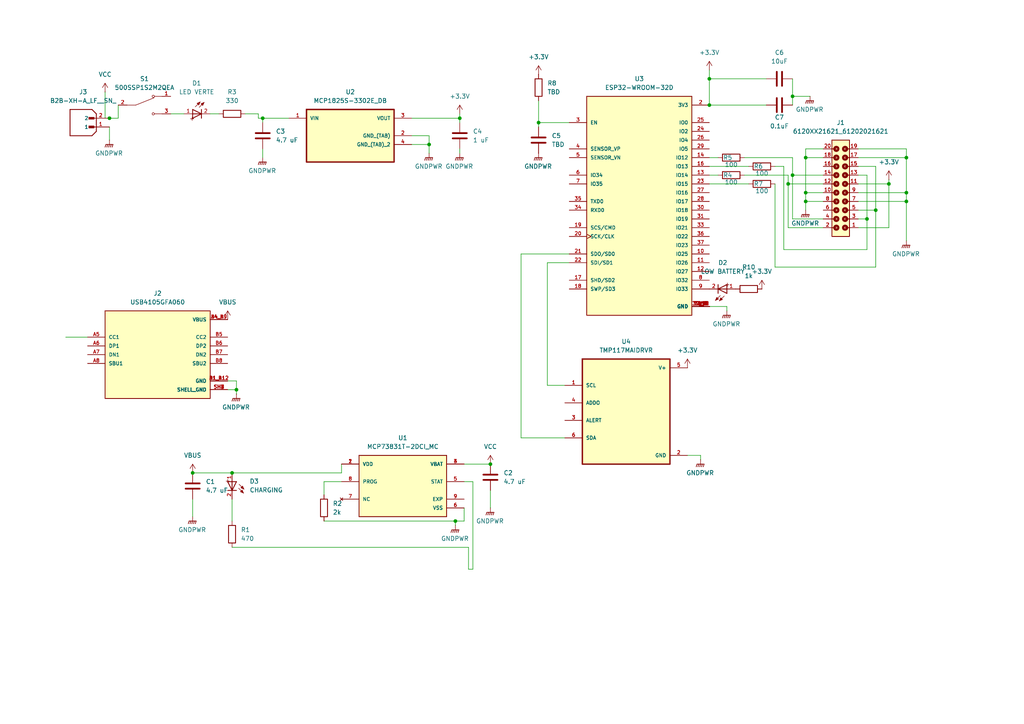
<source format=kicad_sch>
(kicad_sch (version 20231120) (generator "eeschema") (generator_version "8.0")
  (paper "A4")
  (lib_symbols
    (symbol "500SSP1S2M2QEA:500SSP1S2M2QEA" (pin_names (offset 1.016))
      (property "Reference" "S" (at -2.54 5.08 0))
      (property "Value" "500SSP1S2M2QEA" (at -2.54 -5.08 0))
      (symbol "500SSP1S2M2QEA_0_0"
        (polyline (pts (xy -2.54 0) (xy -5.08 0)) (stroke (width 0.1524)))
        (polyline (pts (xy -2.54 0) (xy 2.794 2.1336)) (stroke (width 0.1524)))
        (polyline (pts (xy 5.08 -2.54) (xy 2.921 -2.54)) (stroke (width 0.1524)))
        (polyline (pts (xy 5.08 2.54) (xy 2.921 2.54)) (stroke (width 0.1524)))
        (circle (center 2.54 -2.54) (radius 0.3302) (stroke (width 0.1524)))
        (circle (center 2.54 2.54) (radius 0.3302) (stroke (width 0.1524)))
        (pin passive line (at 7.62 2.54 180) (length 2.54) (name "~") (number "1"))
        (pin passive line (at -7.62 0 0) (length 2.54) (name "~") (number "2"))
        (pin passive line (at 7.62 -2.54 180) (length 2.54) (name "~") (number "3"))
      )
    )
    (symbol "6120XX21621_61202021621:6120XX21621_61202021621" (pin_names (offset 1.016))
      (property "Reference" "J" (at -13.88 0.35 0))
      (symbol "6120XX21621_61202021621_0_0"
        (rectangle (start -12.7 -2.54) (end 15.24 2.54) (stroke (width 0.254)) (fill (type background)))
        (circle (center -10.16 -1.27) (radius 0.254) (stroke (width 0.635)))
        (circle (center -10.16 1.27) (radius 0.254) (stroke (width 0.635)))
        (circle (center -7.62 -1.27) (radius 0.254) (stroke (width 0.635)))
        (circle (center -7.62 1.27) (radius 0.254) (stroke (width 0.635)))
        (circle (center -5.08 -1.27) (radius 0.254) (stroke (width 0.635)))
        (circle (center -5.08 1.27) (radius 0.254) (stroke (width 0.635)))
        (circle (center -2.54 -1.27) (radius 0.254) (stroke (width 0.635)))
        (circle (center -2.54 1.27) (radius 0.254) (stroke (width 0.635)))
        (circle (center 0 -1.27) (radius 0.254) (stroke (width 0.635)))
        (polyline (pts (xy -10.16 -1.27) (xy -10.16 -2.54)) (stroke (width 0.254)))
        (polyline (pts (xy -10.16 1.27) (xy -10.16 2.54)) (stroke (width 0.254)))
        (polyline (pts (xy -7.62 -1.27) (xy -7.62 -2.54)) (stroke (width 0.254)))
        (polyline (pts (xy -7.62 1.27) (xy -7.62 2.54)) (stroke (width 0.254)))
        (polyline (pts (xy -5.08 -1.27) (xy -5.08 -2.54)) (stroke (width 0.254)))
        (polyline (pts (xy -5.08 1.27) (xy -5.08 2.54)) (stroke (width 0.254)))
        (polyline (pts (xy -2.54 -1.27) (xy -2.54 -2.54)) (stroke (width 0.254)))
        (polyline (pts (xy -2.54 1.27) (xy -2.54 2.54)) (stroke (width 0.254)))
        (polyline (pts (xy 0 -1.27) (xy 0 -2.54)) (stroke (width 0.254)))
        (polyline (pts (xy 0 1.27) (xy 0 2.54)) (stroke (width 0.254)))
        (polyline (pts (xy 2.54 -1.27) (xy 2.54 -2.54)) (stroke (width 0.254)))
        (polyline (pts (xy 2.54 1.27) (xy 2.54 2.54)) (stroke (width 0.254)))
        (polyline (pts (xy 5.08 -1.27) (xy 5.08 -2.54)) (stroke (width 0.254)))
        (polyline (pts (xy 5.08 1.27) (xy 5.08 2.54)) (stroke (width 0.254)))
        (polyline (pts (xy 7.62 -1.27) (xy 7.62 -2.54)) (stroke (width 0.254)))
        (polyline (pts (xy 7.62 1.27) (xy 7.62 2.54)) (stroke (width 0.254)))
        (polyline (pts (xy 10.16 -1.27) (xy 10.16 -2.54)) (stroke (width 0.254)))
        (polyline (pts (xy 10.16 1.27) (xy 10.16 2.54)) (stroke (width 0.254)))
        (polyline (pts (xy 12.7 -1.27) (xy 12.7 -2.54)) (stroke (width 0.254)))
        (polyline (pts (xy 12.7 1.27) (xy 12.7 2.54)) (stroke (width 0.254)))
        (circle (center 0 1.27) (radius 0.254) (stroke (width 0.635)))
        (circle (center 2.54 -1.27) (radius 0.254) (stroke (width 0.635)))
        (circle (center 2.54 1.27) (radius 0.254) (stroke (width 0.635)))
        (circle (center 5.08 -1.27) (radius 0.254) (stroke (width 0.635)))
        (circle (center 5.08 1.27) (radius 0.254) (stroke (width 0.635)))
        (circle (center 7.62 -1.27) (radius 0.254) (stroke (width 0.635)))
        (circle (center 7.62 1.27) (radius 0.254) (stroke (width 0.635)))
        (circle (center 10.16 -1.27) (radius 0.254) (stroke (width 0.635)))
        (circle (center 10.16 1.27) (radius 0.254) (stroke (width 0.635)))
        (circle (center 12.7 -1.27) (radius 0.254) (stroke (width 0.635)))
        (circle (center 12.7 1.27) (radius 0.254) (stroke (width 0.635)))
        (pin passive line (at -10.16 -5.08 90) (length 2.54) (name "~") (number "1"))
        (pin passive line (at 0 5.08 270) (length 2.54) (name "~") (number "10"))
        (pin passive line (at 2.54 -5.08 90) (length 2.54) (name "~") (number "11"))
        (pin passive line (at 2.54 5.08 270) (length 2.54) (name "~") (number "12"))
        (pin passive line (at 5.08 -5.08 90) (length 2.54) (name "~") (number "13"))
        (pin passive line (at 5.08 5.08 270) (length 2.54) (name "~") (number "14"))
        (pin passive line (at 7.62 -5.08 90) (length 2.54) (name "~") (number "15"))
        (pin passive line (at 7.62 5.08 270) (length 2.54) (name "~") (number "16"))
        (pin passive line (at 10.16 -5.08 90) (length 2.54) (name "~") (number "17"))
        (pin passive line (at 10.16 5.08 270) (length 2.54) (name "~") (number "18"))
        (pin passive line (at 12.7 -5.08 90) (length 2.54) (name "~") (number "19"))
        (pin passive line (at -10.16 5.08 270) (length 2.54) (name "~") (number "2"))
        (pin passive line (at 12.7 5.08 270) (length 2.54) (name "~") (number "20"))
        (pin passive line (at -7.62 -5.08 90) (length 2.54) (name "~") (number "3"))
        (pin passive line (at -7.62 5.08 270) (length 2.54) (name "~") (number "4"))
        (pin passive line (at -5.08 -5.08 90) (length 2.54) (name "~") (number "5"))
        (pin passive line (at -5.08 5.08 270) (length 2.54) (name "~") (number "6"))
        (pin passive line (at -2.54 -5.08 90) (length 2.54) (name "~") (number "7"))
        (pin passive line (at -2.54 5.08 270) (length 2.54) (name "~") (number "8"))
        (pin passive line (at 0 -5.08 90) (length 2.54) (name "~") (number "9"))
      )
    )
    (symbol "B2B-XH-A_LF__SN_:B2B-XH-A_LF__SN_" (pin_names (offset 1.016))
      (property "Reference" "J" (at -2.54 6.35 0))
      (property "Value" "B2B-XH-A_LF__SN_" (at -2.54 -5.08 0))
      (symbol "B2B-XH-A_LF__SN__0_0"
        (rectangle (start -3.175 -0.3175) (end -1.5875 0.3175) (stroke (width 0.1)) (fill (type outline)))
        (rectangle (start -3.175 2.2225) (end -1.5875 2.8575) (stroke (width 0.1)) (fill (type outline)))
        (polyline (pts (xy -3.81 -1.27) (xy -2.54 -2.54)) (stroke (width 0.254)))
        (polyline (pts (xy -3.81 3.81) (xy -3.81 -1.27)) (stroke (width 0.254)))
        (polyline (pts (xy -3.81 3.81) (xy -2.54 5.08)) (stroke (width 0.254)))
        (polyline (pts (xy -2.54 -2.54) (xy 3.81 -2.54)) (stroke (width 0.254)))
        (polyline (pts (xy 3.81 -2.54) (xy 3.81 5.08)) (stroke (width 0.254)))
        (polyline (pts (xy 3.81 5.08) (xy -2.54 5.08)) (stroke (width 0.254)))
        (pin passive line (at -7.62 2.54 0) (length 5.08) (name "1") (number "1"))
        (pin passive line (at -7.62 0 0) (length 5.08) (name "2") (number "2"))
      )
    )
    (symbol "Device:C" (pin_numbers hide) (pin_names (offset 0.254))
      (property "Reference" "C" (at 0.635 2.54 0))
      (property "Value" "C" (at 0.635 -2.54 0))
      (symbol "C_0_1"
        (polyline (pts (xy -2.032 -0.762) (xy 2.032 -0.762)) (stroke (width 0.508)))
        (polyline (pts (xy -2.032 0.762) (xy 2.032 0.762)) (stroke (width 0.508)))
      )
      (symbol "C_1_1"
        (pin passive line (at 0 3.81 270) (length 2.794) (name "~") (number "1"))
        (pin passive line (at 0 -3.81 90) (length 2.794) (name "~") (number "2"))
      )
    )
    (symbol "Device:R" (pin_numbers hide) (pin_names (offset 0))
      (property "Reference" "R" (at 2.032 0 90))
      (property "Value" "R" (at 0 0 90))
      (symbol "R_0_1"
        (rectangle (start -1.016 -2.54) (end 1.016 2.54) (stroke (width 0.254)))
      )
      (symbol "R_1_1"
        (pin passive line (at 0 3.81 270) (length 1.27) (name "~") (number "1"))
        (pin passive line (at 0 -3.81 90) (length 1.27) (name "~") (number "2"))
      )
    )
    (symbol "ESP32-WROOM-32D:ESP32-WROOM-32D" (pin_names (offset 1.016))
      (property "Reference" "U" (at -15.0359 31.5945 0))
      (property "Value" "ESP32-WROOM-32D" (at -15.2867 -35.6681 0))
      (symbol "ESP32-WROOM-32D_0_0"
        (rectangle (start -15.24 -33.02) (end 15.24 30.48) (stroke (width 0.254)) (fill (type background)))
        (pin power_in line (at 20.32 -30.48 180) (length 5.08) (name "GND") (number "1"))
        (pin bidirectional line (at 20.32 -15.24 180) (length 5.08) (name "IO25") (number "10"))
        (pin bidirectional line (at 20.32 -17.78 180) (length 5.08) (name "IO26") (number "11"))
        (pin bidirectional line (at 20.32 -20.32 180) (length 5.08) (name "IO27") (number "12"))
        (pin bidirectional line (at 20.32 7.62 180) (length 5.08) (name "IO14") (number "13"))
        (pin bidirectional line (at 20.32 12.7 180) (length 5.08) (name "IO12") (number "14"))
        (pin power_in line (at 20.32 -30.48 180) (length 5.08) (name "GND") (number "15"))
        (pin bidirectional line (at 20.32 10.16 180) (length 5.08) (name "IO13") (number "16"))
        (pin bidirectional line (at -20.32 -22.86 0) (length 5.08) (name "SHD/SD2") (number "17"))
        (pin bidirectional line (at -20.32 -25.4 0) (length 5.08) (name "SWP/SD3") (number "18"))
        (pin bidirectional line (at -20.32 -7.62 0) (length 5.08) (name "SCS/CMD") (number "19"))
        (pin power_in line (at 20.32 27.94 180) (length 5.08) (name "3V3") (number "2"))
        (pin bidirectional clock (at -20.32 -10.16 0) (length 5.08) (name "SCK/CLK") (number "20"))
        (pin bidirectional line (at -20.32 -15.24 0) (length 5.08) (name "SDO/SD0") (number "21"))
        (pin bidirectional line (at -20.32 -17.78 0) (length 5.08) (name "SDI/SD1") (number "22"))
        (pin bidirectional line (at 20.32 5.08 180) (length 5.08) (name "IO15") (number "23"))
        (pin bidirectional line (at 20.32 20.32 180) (length 5.08) (name "IO2") (number "24"))
        (pin bidirectional line (at 20.32 22.86 180) (length 5.08) (name "IO0") (number "25"))
        (pin bidirectional line (at 20.32 17.78 180) (length 5.08) (name "IO4") (number "26"))
        (pin bidirectional line (at 20.32 2.54 180) (length 5.08) (name "IO16") (number "27"))
        (pin bidirectional line (at 20.32 0 180) (length 5.08) (name "IO17") (number "28"))
        (pin bidirectional line (at 20.32 15.24 180) (length 5.08) (name "IO5") (number "29"))
        (pin input line (at -20.32 22.86 0) (length 5.08) (name "EN") (number "3"))
        (pin bidirectional line (at 20.32 -2.54 180) (length 5.08) (name "IO18") (number "30"))
        (pin bidirectional line (at 20.32 -5.08 180) (length 5.08) (name "IO19") (number "31"))
        (pin bidirectional line (at 20.32 -7.62 180) (length 5.08) (name "IO21") (number "33"))
        (pin bidirectional line (at -20.32 -2.54 0) (length 5.08) (name "RXD0") (number "34"))
        (pin bidirectional line (at -20.32 0 0) (length 5.08) (name "TXD0") (number "35"))
        (pin bidirectional line (at 20.32 -10.16 180) (length 5.08) (name "IO22") (number "36"))
        (pin bidirectional line (at 20.32 -12.7 180) (length 5.08) (name "IO23") (number "37"))
        (pin power_in line (at 20.32 -30.48 180) (length 5.08) (name "GND") (number "38"))
        (pin power_in line (at 20.32 -30.48 180) (length 5.08) (name "GND") (number "39_1"))
        (pin power_in line (at 20.32 -30.48 180) (length 5.08) (name "GND") (number "39_10"))
        (pin power_in line (at 20.32 -30.48 180) (length 5.08) (name "GND") (number "39_11"))
        (pin power_in line (at 20.32 -30.48 180) (length 5.08) (name "GND") (number "39_12"))
        (pin power_in line (at 20.32 -30.48 180) (length 5.08) (name "GND") (number "39_13"))
        (pin power_in line (at 20.32 -30.48 180) (length 5.08) (name "GND") (number "39_14"))
        (pin power_in line (at 20.32 -30.48 180) (length 5.08) (name "GND") (number "39_15"))
        (pin power_in line (at 20.32 -30.48 180) (length 5.08) (name "GND") (number "39_16"))
        (pin power_in line (at 20.32 -30.48 180) (length 5.08) (name "GND") (number "39_17"))
        (pin power_in line (at 20.32 -30.48 180) (length 5.08) (name "GND") (number "39_18"))
        (pin power_in line (at 20.32 -30.48 180) (length 5.08) (name "GND") (number "39_19"))
        (pin power_in line (at 20.32 -30.48 180) (length 5.08) (name "GND") (number "39_2"))
        (pin power_in line (at 20.32 -30.48 180) (length 5.08) (name "GND") (number "39_20"))
        (pin power_in line (at 20.32 -30.48 180) (length 5.08) (name "GND") (number "39_21"))
        (pin power_in line (at 20.32 -30.48 180) (length 5.08) (name "GND") (number "39_3"))
        (pin power_in line (at 20.32 -30.48 180) (length 5.08) (name "GND") (number "39_4"))
        (pin power_in line (at 20.32 -30.48 180) (length 5.08) (name "GND") (number "39_5"))
        (pin power_in line (at 20.32 -30.48 180) (length 5.08) (name "GND") (number "39_6"))
        (pin power_in line (at 20.32 -30.48 180) (length 5.08) (name "GND") (number "39_7"))
        (pin power_in line (at 20.32 -30.48 180) (length 5.08) (name "GND") (number "39_8"))
        (pin power_in line (at 20.32 -30.48 180) (length 5.08) (name "GND") (number "39_9"))
        (pin input line (at -20.32 15.24 0) (length 5.08) (name "SENSOR_VP") (number "4"))
        (pin input line (at -20.32 12.7 0) (length 5.08) (name "SENSOR_VN") (number "5"))
        (pin input line (at -20.32 7.62 0) (length 5.08) (name "IO34") (number "6"))
        (pin input line (at -20.32 5.08 0) (length 5.08) (name "IO35") (number "7"))
        (pin bidirectional line (at 20.32 -22.86 180) (length 5.08) (name "IO32") (number "8"))
        (pin bidirectional line (at 20.32 -25.4 180) (length 5.08) (name "IO33") (number "9"))
      )
    )
    (symbol "MCP1825S-3302E_DB:MCP1825S-3302E_DB" (pin_names (offset 1.016))
      (property "Reference" "U" (at -12.7 8.62 0))
      (property "Value" "MCP1825S-3302E_DB" (at -12.7 -11.62 0))
      (symbol "MCP1825S-3302E_DB_0_0"
        (rectangle (start -12.7 -7.62) (end 12.7 7.62) (stroke (width 0.41)) (fill (type background)))
        (pin input line (at -17.78 5.08 0) (length 5.08) (name "VIN") (number "1"))
        (pin power_in line (at 17.78 0 180) (length 5.08) (name "GND_(TAB)") (number "2"))
        (pin output line (at 17.78 5.08 180) (length 5.08) (name "VOUT") (number "3"))
        (pin power_in line (at 17.78 -2.54 180) (length 5.08) (name "GND_(TAB)_2") (number "4"))
      )
    )
    (symbol "MCP73831T-2DCI_MC:MCP73831T-2DCI_MC" (pin_names (offset 1.016))
      (property "Reference" "U" (at -12.954 10.668 0))
      (property "Value" "MCP73831T-2DCI_MC" (at -12.7 -13.208 0))
      (symbol "MCP73831T-2DCI_MC_0_0"
        (rectangle (start -12.7 -10.16) (end 12.7 7.62) (stroke (width 0.254)) (fill (type background)))
        (pin input line (at -17.78 5.08 0) (length 5.08) (name "VDD") (number "1"))
        (pin input line (at -17.78 5.08 0) (length 5.08) (name "VDD") (number "2"))
        (pin output line (at 17.78 5.08 180) (length 5.08) (name "VBAT") (number "3"))
        (pin output line (at 17.78 5.08 180) (length 5.08) (name "VBAT") (number "4"))
        (pin output line (at 17.78 0 180) (length 5.08) (name "STAT") (number "5"))
        (pin power_in line (at 17.78 -7.62 180) (length 5.08) (name "VSS") (number "6"))
        (pin no_connect line (at -17.78 -5.08 0) (length 5.08) (name "NC") (number "7"))
        (pin input line (at -17.78 0 0) (length 5.08) (name "PROG") (number "8"))
        (pin power_in line (at 17.78 -5.08 180) (length 5.08) (name "EXP") (number "9"))
      )
    )
    (symbol "TMP117MAIDRVR:TMP117MAIDRVR" (pin_names (offset 1.016))
      (property "Reference" "U" (at -12.7 16.24 0))
      (property "Value" "TMP117MAIDRVR" (at -12.7 -19.24 0))
      (symbol "TMP117MAIDRVR_0_0"
        (rectangle (start -12.7 -15.24) (end 12.7 15.24) (stroke (width 0.41)) (fill (type background)))
        (pin input line (at -17.78 7.62 0) (length 5.08) (name "SCL") (number "1"))
        (pin power_in line (at 17.78 -12.7 180) (length 5.08) (name "GND") (number "2"))
        (pin bidirectional line (at -17.78 -2.54 0) (length 5.08) (name "ALERT") (number "3"))
        (pin bidirectional line (at -17.78 2.54 0) (length 5.08) (name "ADDO") (number "4"))
        (pin power_in line (at 17.78 12.7 180) (length 5.08) (name "V+") (number "5"))
        (pin bidirectional line (at -17.78 -7.62 0) (length 5.08) (name "SDA") (number "6"))
      )
    )
    (symbol "USB4105GFA060:USB4105GFA060" (pin_names (offset 1.016))
      (property "Reference" "J" (at -15.24 13.97 0))
      (property "Value" "USB4105GFA060" (at -15.24 -15.24 0))
      (symbol "USB4105GFA060_0_0"
        (rectangle (start -15.24 -12.7) (end 15.24 12.7) (stroke (width 0.254)) (fill (type background)))
        (pin power_in line (at 20.32 -7.62 180) (length 5.08) (name "GND") (number "A1_B12"))
        (pin power_in line (at 20.32 10.16 180) (length 5.08) (name "VBUS") (number "A4_B9"))
        (pin bidirectional line (at -20.32 5.08 0) (length 5.08) (name "CC1") (number "A5"))
        (pin bidirectional line (at -20.32 2.54 0) (length 5.08) (name "DP1") (number "A6"))
        (pin bidirectional line (at -20.32 0 0) (length 5.08) (name "DN1") (number "A7"))
        (pin bidirectional line (at -20.32 -2.54 0) (length 5.08) (name "SBU1") (number "A8"))
        (pin power_in line (at 20.32 -7.62 180) (length 5.08) (name "GND") (number "B1_A12"))
        (pin power_in line (at 20.32 10.16 180) (length 5.08) (name "VBUS") (number "B4_A9"))
        (pin bidirectional line (at 20.32 5.08 180) (length 5.08) (name "CC2") (number "B5"))
        (pin bidirectional line (at 20.32 2.54 180) (length 5.08) (name "DP2") (number "B6"))
        (pin bidirectional line (at 20.32 0 180) (length 5.08) (name "DN2") (number "B7"))
        (pin bidirectional line (at 20.32 -2.54 180) (length 5.08) (name "SBU2") (number "B8"))
        (pin power_in line (at 20.32 -10.16 180) (length 5.08) (name "SHELL_GND") (number "SH1"))
        (pin power_in line (at 20.32 -10.16 180) (length 5.08) (name "SHELL_GND") (number "SH2"))
        (pin power_in line (at 20.32 -10.16 180) (length 5.08) (name "SHELL_GND") (number "SH3"))
        (pin power_in line (at 20.32 -10.16 180) (length 5.08) (name "SHELL_GND") (number "SH4"))
      )
    )
    (symbol "WL-TMRC_3MM:WL-TMRC_3MM" (pin_names (offset 1.016))
      (property "Reference" "D" (at -1.396 4.072 0))
      (property "Value" "WL-TMRC_3MM" (at -1.652 -3.436 0))
      (symbol "WL-TMRC_3MM_0_0"
        (polyline (pts (xy -2.54 -1.27) (xy -2.54 0)) (stroke (width 0.254)))
        (polyline (pts (xy -2.54 -1.27) (xy 0 0)) (stroke (width 0.254)))
        (polyline (pts (xy -2.54 0) (xy -2.54 1.27)) (stroke (width 0.254)))
        (polyline (pts (xy -1.778 2.032) (xy -0.381 3.429)) (stroke (width 0.1524)))
        (polyline (pts (xy -0.635 1.905) (xy 0.762 3.302)) (stroke (width 0.1524)))
        (polyline (pts (xy 0 -1.27) (xy 0 0)) (stroke (width 0.254)))
        (polyline (pts (xy 0 0) (xy -2.54 0)) (stroke (width 0.254)))
        (polyline (pts (xy 0 0) (xy -2.54 1.27)) (stroke (width 0.254)))
        (polyline (pts (xy 0 0) (xy 0 1.27)) (stroke (width 0.254)))
        (polyline (pts (xy -0.381 3.429) (xy -1.27 3.048) (xy -0.762 2.54) (xy -0.381 3.429)) (stroke (width 0.1524)) (fill (type outline)))
        (polyline (pts (xy 0.762 3.302) (xy -0.127 2.921) (xy 0.381 2.413) (xy 0.762 3.302)) (stroke (width 0.1524)) (fill (type outline)))
        (text "+" (at -3.58 -1.34 0) (effects (font (size 1.27 1.27)) (justify left)))
        (pin passive line (at -5.08 0 0) (length 2.54) (name "~") (number "1"))
        (pin passive line (at 2.54 0 180) (length 2.54) (name "~") (number "2"))
      )
    )
    (symbol "power:+3.3V" (power) (pin_numbers hide) (pin_names (offset 0) hide)
      (property "Value" "+3.3V" (at 0 3.556 0))
      (symbol "+3.3V_0_1"
        (polyline (pts (xy -0.762 1.27) (xy 0 2.54)))
        (polyline (pts (xy 0 0) (xy 0 2.54)))
        (polyline (pts (xy 0 2.54) (xy 0.762 1.27)))
      )
      (symbol "+3.3V_1_1"
        (pin power_in line (at 0 0 90) (length 0) (name "~") (number "1"))
      )
    )
    (symbol "power:GNDPWR" (power) (pin_numbers hide) (pin_names (offset 0) hide)
      (property "Value" "GNDPWR" (at 0 -3.302 0))
      (symbol "GNDPWR_0_1"
        (polyline (pts (xy 0 -1.27) (xy 0 0)))
        (polyline (pts (xy -1.016 -1.27) (xy -1.27 -2.032) (xy -1.27 -2.032)) (stroke (width 0.2032)))
        (polyline (pts (xy -0.508 -1.27) (xy -0.762 -2.032) (xy -0.762 -2.032)) (stroke (width 0.2032)))
        (polyline (pts (xy 0 -1.27) (xy -0.254 -2.032) (xy -0.254 -2.032)) (stroke (width 0.2032)))
        (polyline (pts (xy 0.508 -1.27) (xy 0.254 -2.032) (xy 0.254 -2.032)) (stroke (width 0.2032)))
        (polyline (pts (xy 1.016 -1.27) (xy -1.016 -1.27) (xy -1.016 -1.27)) (stroke (width 0.2032)))
        (polyline (pts (xy 1.016 -1.27) (xy 0.762 -2.032) (xy 0.762 -2.032) (xy 0.762 -2.032)) (stroke (width 0.2032)))
      )
      (symbol "GNDPWR_1_1"
        (pin power_in line (at 0 0 270) (length 0) (name "~") (number "1"))
      )
    )
    (symbol "power:VBUS" (power) (pin_numbers hide) (pin_names (offset 0) hide)
      (property "Value" "VBUS" (at 0 3.556 0))
      (symbol "VBUS_0_1"
        (polyline (pts (xy -0.762 1.27) (xy 0 2.54)))
        (polyline (pts (xy 0 0) (xy 0 2.54)))
        (polyline (pts (xy 0 2.54) (xy 0.762 1.27)))
      )
      (symbol "VBUS_1_1"
        (pin power_in line (at 0 0 90) (length 0) (name "~") (number "1"))
      )
    )
    (symbol "power:VCC" (power) (pin_numbers hide) (pin_names (offset 0) hide)
      (property "Value" "VCC" (at 0 3.556 0))
      (symbol "VCC_0_1"
        (polyline (pts (xy -0.762 1.27) (xy 0 2.54)))
        (polyline (pts (xy 0 0) (xy 0 2.54)))
        (polyline (pts (xy 0 2.54) (xy 0.762 1.27)))
      )
      (symbol "VCC_1_1"
        (pin power_in line (at 0 0 90) (length 0) (name "~") (number "1"))
      )
    )
  )
  (junction (at 262.89 55.88))
  (junction (at 257.81 53.34))
  (junction (at 233.68 55.88))
  (junction (at 142.24 134.62))
  (junction (at 156.21 35.56))
  (junction (at 205.74 30.48))
  (junction (at 55.88 137.16))
  (junction (at 262.89 45.72))
  (junction (at 233.68 45.72))
  (junction (at 229.87 27.94))
  (junction (at 67.31 137.16))
  (junction (at 251.46 63.5))
  (junction (at 68.58 113.03))
  (junction (at 132.08 151.13))
  (junction (at 124.46 41.91))
  (junction (at 262.89 58.42))
  (junction (at 133.35 34.29))
  (junction (at 31.75 34.29))
  (junction (at 229.87 50.8))
  (junction (at 205.74 22.86))
  (junction (at 76.2 34.29))
  (junction (at 233.68 58.42))
  (junction (at 228.6 53.34))
  (junction (at 254 60.96))
  (wire (pts (xy 67.31 144.78) (xy 67.31 151.13)))
  (wire (pts (xy 67.31 137.16) (xy 99.06 137.16)))
  (wire (pts (xy 254 60.96) (xy 254 48.26)))
  (wire (pts (xy 76.2 45.72) (xy 76.2 43.18)))
  (wire (pts (xy 248.92 58.42) (xy 262.89 58.42)))
  (wire (pts (xy 228.6 53.34) (xy 238.76 53.34)))
  (wire (pts (xy 248.92 55.88) (xy 262.89 55.88)))
  (wire (pts (xy 262.89 45.72) (xy 262.89 55.88)))
  (wire (pts (xy 205.74 50.8) (xy 208.28 50.8)))
  (wire (pts (xy 228.6 66.04) (xy 238.76 66.04)))
  (wire (pts (xy 229.87 22.86) (xy 229.87 27.94)))
  (wire (pts (xy 34.29 30.48) (xy 34.29 34.29)))
  (wire (pts (xy 55.88 137.16) (xy 67.31 137.16)))
  (wire (pts (xy 119.38 34.29) (xy 133.35 34.29)))
  (wire (pts (xy 71.12 33.02) (xy 74.93 33.02)))
  (wire (pts (xy 227.33 72.39) (xy 251.46 72.39)))
  (wire (pts (xy 205.74 53.34) (xy 217.17 53.34)))
  (wire (pts (xy 31.75 40.64) (xy 31.75 36.83)))
  (wire (pts (xy 31.75 34.29) (xy 34.29 34.29)))
  (wire (pts (xy 135.89 165.1) (xy 137.16 165.1)))
  (wire (pts (xy 119.38 41.91) (xy 124.46 41.91)))
  (wire (pts (xy 229.87 63.5) (xy 238.76 63.5)))
  (wire (pts (xy 248.92 66.04) (xy 257.81 66.04)))
  (wire (pts (xy 233.68 55.88) (xy 233.68 58.42)))
  (wire (pts (xy 251.46 63.5) (xy 251.46 50.8)))
  (wire (pts (xy 205.74 22.86) (xy 205.74 30.48)))
  (wire (pts (xy 151.13 73.66) (xy 151.13 127)))
  (wire (pts (xy 134.62 134.62) (xy 142.24 134.62)))
  (wire (pts (xy 210.82 88.9) (xy 210.82 90.17)))
  (wire (pts (xy 215.9 45.72) (xy 229.87 45.72)))
  (wire (pts (xy 238.76 58.42) (xy 233.68 58.42)))
  (wire (pts (xy 99.06 137.16) (xy 99.06 134.62)))
  (wire (pts (xy 228.6 50.8) (xy 228.6 53.34)))
  (wire (pts (xy 215.9 50.8) (xy 228.6 50.8)))
  (wire (pts (xy 133.35 34.29) (xy 133.35 35.56)))
  (wire (pts (xy 233.68 43.18) (xy 233.68 45.72)))
  (wire (pts (xy 119.38 39.37) (xy 124.46 39.37)))
  (wire (pts (xy 254 77.47) (xy 254 60.96)))
  (wire (pts (xy 165.1 73.66) (xy 151.13 73.66)))
  (wire (pts (xy 93.98 139.7) (xy 93.98 143.51)))
  (wire (pts (xy 254 60.96) (xy 248.92 60.96)))
  (wire (pts (xy 262.89 55.88) (xy 262.89 58.42)))
  (wire (pts (xy 133.35 33.02) (xy 133.35 34.29)))
  (wire (pts (xy 49.53 33.02) (xy 53.34 33.02)))
  (wire (pts (xy 137.16 139.7) (xy 134.62 139.7)))
  (wire (pts (xy 203.2 132.08) (xy 203.2 133.35)))
  (wire (pts (xy 205.74 88.9) (xy 210.82 88.9)))
  (wire (pts (xy 238.76 55.88) (xy 233.68 55.88)))
  (wire (pts (xy 30.48 26.67) (xy 30.48 34.29)))
  (wire (pts (xy 156.21 29.21) (xy 156.21 35.56)))
  (wire (pts (xy 134.62 151.13) (xy 134.62 147.32)))
  (wire (pts (xy 251.46 63.5) (xy 248.92 63.5)))
  (wire (pts (xy 251.46 72.39) (xy 251.46 63.5)))
  (wire (pts (xy 251.46 50.8) (xy 248.92 50.8)))
  (wire (pts (xy 205.74 48.26) (xy 217.17 48.26)))
  (wire (pts (xy 135.89 158.75) (xy 67.31 158.75)))
  (wire (pts (xy 205.74 20.32) (xy 205.74 22.86)))
  (wire (pts (xy 229.87 45.72) (xy 229.87 50.8)))
  (wire (pts (xy 137.16 139.7) (xy 137.16 165.1)))
  (wire (pts (xy 68.58 110.49) (xy 68.58 113.03)))
  (wire (pts (xy 228.6 53.34) (xy 228.6 66.04)))
  (wire (pts (xy 254 48.26) (xy 248.92 48.26)))
  (wire (pts (xy 76.2 34.29) (xy 76.2 35.56)))
  (wire (pts (xy 19.05 97.79) (xy 25.4 97.79)))
  (wire (pts (xy 248.92 53.34) (xy 257.81 53.34)))
  (wire (pts (xy 142.24 142.24) (xy 142.24 147.32)))
  (wire (pts (xy 156.21 35.56) (xy 156.21 36.83)))
  (wire (pts (xy 229.87 27.94) (xy 229.87 30.48)))
  (wire (pts (xy 93.98 151.13) (xy 132.08 151.13)))
  (wire (pts (xy 229.87 50.8) (xy 238.76 50.8)))
  (wire (pts (xy 132.08 151.13) (xy 134.62 151.13)))
  (wire (pts (xy 74.93 33.02) (xy 74.93 34.29)))
  (wire (pts (xy 74.93 34.29) (xy 76.2 34.29)))
  (wire (pts (xy 227.33 48.26) (xy 227.33 72.39)))
  (wire (pts (xy 158.75 76.2) (xy 158.75 111.76)))
  (wire (pts (xy 262.89 43.18) (xy 262.89 45.72)))
  (wire (pts (xy 165.1 76.2) (xy 158.75 76.2)))
  (wire (pts (xy 257.81 53.34) (xy 257.81 52.07)))
  (wire (pts (xy 229.87 50.8) (xy 229.87 63.5)))
  (wire (pts (xy 133.35 44.45) (xy 133.35 43.18)))
  (wire (pts (xy 224.79 77.47) (xy 254 77.47)))
  (wire (pts (xy 205.74 45.72) (xy 208.28 45.72)))
  (wire (pts (xy 68.58 113.03) (xy 68.58 114.3)))
  (wire (pts (xy 60.96 33.02) (xy 63.5 33.02)))
  (wire (pts (xy 66.04 110.49) (xy 68.58 110.49)))
  (wire (pts (xy 66.04 113.03) (xy 68.58 113.03)))
  (wire (pts (xy 124.46 39.37) (xy 124.46 41.91)))
  (wire (pts (xy 99.06 139.7) (xy 93.98 139.7)))
  (wire (pts (xy 135.89 158.75) (xy 135.89 165.1)))
  (wire (pts (xy 30.48 34.29) (xy 31.75 34.29)))
  (wire (pts (xy 222.25 30.48) (xy 205.74 30.48)))
  (wire (pts (xy 248.92 45.72) (xy 262.89 45.72)))
  (wire (pts (xy 229.87 27.94) (xy 234.95 27.94)))
  (wire (pts (xy 222.25 22.86) (xy 205.74 22.86)))
  (wire (pts (xy 224.79 53.34) (xy 224.79 77.47)))
  (wire (pts (xy 238.76 45.72) (xy 233.68 45.72)))
  (wire (pts (xy 158.75 111.76) (xy 163.83 111.76)))
  (wire (pts (xy 156.21 35.56) (xy 165.1 35.56)))
  (wire (pts (xy 199.39 132.08) (xy 203.2 132.08)))
  (wire (pts (xy 238.76 43.18) (xy 233.68 43.18)))
  (wire (pts (xy 132.08 151.13) (xy 132.08 152.4)))
  (wire (pts (xy 233.68 58.42) (xy 233.68 60.96)))
  (wire (pts (xy 76.2 34.29) (xy 83.82 34.29)))
  (wire (pts (xy 124.46 41.91) (xy 124.46 44.45)))
  (wire (pts (xy 233.68 45.72) (xy 233.68 55.88)))
  (wire (pts (xy 55.88 144.78) (xy 55.88 149.86)))
  (wire (pts (xy 151.13 127) (xy 163.83 127)))
  (wire (pts (xy 224.79 48.26) (xy 227.33 48.26)))
  (wire (pts (xy 248.92 43.18) (xy 262.89 43.18)))
  (wire (pts (xy 257.81 66.04) (xy 257.81 53.34)))
  (wire (pts (xy 262.89 58.42) (xy 262.89 69.85)))
  (symbol (lib_id "power:+3.3V") (at 133.35 33.02 0) (unit 1)
    (property "Reference" "#PWR011" (effects (hide yes)))
    (property "Value" "+3.3V" (at 133.35 27.94 0))
    (property "Description" "Power symbol creates a global label with name \"+3.3V\"" (effects (hide yes)))
  )
  (symbol (lib_id "WL-TMRC_3MM:WL-TMRC_3MM") (at 58.42 33.02 0) (unit 1)
    (property "Reference" "D1" (at 57.0491 24.13 0))
    (property "Value" "LED VERTE" (at 57.0491 26.67 0))
    (property "Footprint" "LED_SMD:LED_0805_2012Metric" (effects (hide yes)))
    (property "MF" "Wurth Electronics" (effects (hide yes)))
    (property "Description_1" "3mm, Super Red Typ (@20mA) 635nm, 160mcd, 2.0V, 40° AlInGaP" (effects (hide yes)))
    (property "Package" "Package" (effects (hide yes)))
    (property "Price" "None" (effects (hide yes)))
    (property "SnapEDA_Link" "https://www.snapeda.com/parts/151031SS04000/Wurth+Electronics/view-part/?ref=snap" (effects (hide yes)))
    (property "MP" "151031SS04000" (effects (hide yes)))
    (property "Availability" "In Stock" (effects (hide yes)))
    (property "Check_prices" "https://www.snapeda.com/parts/151031SS04000/Wurth+Electronics/view-part/?ref=eda" (effects (hide yes)))
  )
  (symbol (lib_id "Device:C") (at 133.35 39.37 0) (unit 1)
    (property "Reference" "C4" (at 137.16 38.0999 0) (effects (justify left)))
    (property "Value" "1 uF" (at 137.16 40.6399 0) (effects (justify left)))
    (property "Footprint" "Capacitor_SMD:C_0805_2012Metric" (effects (hide yes)))
    (property "Description" "Unpolarized capacitor" (effects (hide yes)))
  )
  (symbol (lib_id "power:+3.3V") (at 220.98 83.82 0) (unit 1)
    (property "Reference" "#PWR025" (effects (hide yes)))
    (property "Value" "+3.3V" (at 220.98 78.74 0))
    (property "Description" "Power symbol creates a global label with name \"+3.3V\"" (effects (hide yes)))
  )
  (symbol (lib_id "Device:C") (at 226.06 30.48 90) (unit 1)
    (property "Reference" "C7" (at 226.06 34.036 90))
    (property "Value" "0.1uF" (at 226.06 36.576 90))
    (property "Footprint" "Capacitor_SMD:C_0805_2012Metric" (effects (hide yes)))
    (property "Description" "Unpolarized capacitor" (effects (hide yes)))
  )
  (symbol (lib_id "power:GNDPWR") (at 132.08 152.4 0) (unit 1)
    (property "Reference" "#PWR07" (effects (hide yes)))
    (property "Value" "GNDPWR" (at 131.953 156.21 0))
    (property "Description" "Power symbol creates a global label with name \"GNDPWR\" , global ground" (effects (hide yes)))
  )
  (symbol (lib_id "power:+3.3V") (at 199.39 106.68 0) (unit 1)
    (property "Reference" "#PWR019" (effects (hide yes)))
    (property "Value" "+3.3V" (at 199.39 101.6 0))
    (property "Description" "Power symbol creates a global label with name \"+3.3V\"" (effects (hide yes)))
  )
  (symbol (lib_id "power:GNDPWR") (at 233.68 60.96 0) (unit 1)
    (property "Reference" "#PWR014" (effects (hide yes)))
    (property "Value" "GNDPWR" (at 233.553 64.77 0))
    (property "Description" "Power symbol creates a global label with name \"GNDPWR\" , global ground" (effects (hide yes)))
  )
  (symbol (lib_id "power:GNDPWR") (at 76.2 45.72 0) (unit 1)
    (property "Reference" "#PWR09" (effects (hide yes)))
    (property "Value" "GNDPWR" (at 76.073 49.53 0))
    (property "Description" "Power symbol creates a global label with name \"GNDPWR\" , global ground" (effects (hide yes)))
  )
  (symbol (lib_id "power:VCC") (at 142.24 134.62 0) (unit 1)
    (property "Reference" "#PWR024" (effects (hide yes)))
    (property "Value" "VCC" (at 142.24 129.54 0))
    (property "Description" "Power symbol creates a global label with name \"VCC\"" (effects (hide yes)))
  )
  (symbol (lib_id "power:GNDPWR") (at 124.46 44.45 0) (unit 1)
    (property "Reference" "#PWR02" (effects (hide yes)))
    (property "Value" "GNDPWR" (at 124.333 48.26 0))
    (property "Description" "Power symbol creates a global label with name \"GNDPWR\" , global ground" (effects (hide yes)))
  )
  (symbol (lib_id "WL-TMRC_3MM:WL-TMRC_3MM") (at 208.28 83.82 180) (unit 1)
    (property "Reference" "D2" (at 209.6509 76.2 0))
    (property "Value" "LOW BATTERY" (at 209.6509 78.74 0))
    (property "Footprint" "LED_SMD:LED_0805_2012Metric" (effects (hide yes)))
    (property "MF" "Wurth Electronics" (effects (hide yes)))
    (property "Description_1" "3mm, Super Red Typ (@20mA) 635nm, 160mcd, 2.0V, 40° AlInGaP" (effects (hide yes)))
    (property "Package" "Package" (effects (hide yes)))
    (property "Price" "None" (effects (hide yes)))
    (property "SnapEDA_Link" "https://www.snapeda.com/parts/151031SS04000/Wurth+Electronics/view-part/?ref=snap" (effects (hide yes)))
    (property "MP" "151031SS04000" (effects (hide yes)))
    (property "Availability" "In Stock" (effects (hide yes)))
    (property "Check_prices" "https://www.snapeda.com/parts/151031SS04000/Wurth+Electronics/view-part/?ref=eda" (effects (hide yes)))
  )
  (symbol (lib_id "Device:C") (at 226.06 22.86 90) (unit 1)
    (property "Reference" "C6" (at 226.06 15.24 90))
    (property "Value" "10uF" (at 226.06 17.78 90))
    (property "Footprint" "Capacitor_SMD:C_0805_2012Metric" (effects (hide yes)))
    (property "Description" "Unpolarized capacitor" (effects (hide yes)))
  )
  (symbol (lib_id "power:GNDPWR") (at 156.21 44.45 0) (unit 1)
    (property "Reference" "#PWR017" (effects (hide yes)))
    (property "Value" "GNDPWR" (at 156.083 48.26 0))
    (property "Description" "Power symbol creates a global label with name \"GNDPWR\" , global ground" (effects (hide yes)))
  )
  (symbol (lib_id "Device:R") (at 93.98 147.32 0) (unit 1)
    (property "Reference" "R2" (at 96.52 146.0499 0) (effects (justify left)))
    (property "Value" "2k" (at 96.52 148.5899 0) (effects (justify left)))
    (property "Footprint" "Resistor_SMD:R_0805_2012Metric" (effects (hide yes)))
    (property "Description" "Resistor" (effects (hide yes)))
  )
  (symbol (lib_id "Device:C") (at 76.2 39.37 0) (unit 1)
    (property "Reference" "C3" (at 80.01 38.0999 0) (effects (justify left)))
    (property "Value" "4.7 uF" (at 80.01 40.6399 0) (effects (justify left)))
    (property "Footprint" "Capacitor_SMD:C_0805_2012Metric" (effects (hide yes)))
    (property "Description" "Unpolarized capacitor" (effects (hide yes)))
  )
  (symbol (lib_id "power:GNDPWR") (at 133.35 44.45 0) (unit 1)
    (property "Reference" "#PWR08" (effects (hide yes)))
    (property "Value" "GNDPWR" (at 133.223 48.26 0))
    (property "Description" "Power symbol creates a global label with name \"GNDPWR\" , global ground" (effects (hide yes)))
  )
  (symbol (lib_id "power:GNDPWR") (at 68.58 114.3 0) (unit 1)
    (property "Reference" "#PWR01" (effects (hide yes)))
    (property "Value" "GNDPWR" (at 68.453 118.11 0))
    (property "Description" "Power symbol creates a global label with name \"GNDPWR\" , global ground" (effects (hide yes)))
  )
  (symbol (lib_id "MCP73831T-2DCI_MC:MCP73831T-2DCI_MC") (at 116.84 139.7 0) (unit 1)
    (property "Reference" "U1" (at 116.84 127 0))
    (property "Value" "MCP73831T-2DCI_MC" (at 116.84 129.54 0))
    (property "Footprint" "MCP73831T-2DCI_MC:SON50P200X300X100-9N" (effects (hide yes)))
    (property "DigiKey_Part_Number" "MCP73831T-2DCI/MCTR-ND" (effects (hide yes)))
    (property "SnapEDA_Link" "https://www.snapeda.com/parts/MCP73831T-2DCI/MC/Microchip/view-part/?ref=snap" (effects (hide yes)))
    (property "MAXIMUM_PACKAGE_HEIGHT" "1mm" (effects (hide yes)))
    (property "Package" "VFDFN-8 Microchip" (effects (hide yes)))
    (property "Check_prices" "https://www.snapeda.com/parts/MCP73831T-2DCI/MC/Microchip/view-part/?ref=eda" (effects (hide yes)))
    (property "STANDARD" "IPC7351B" (effects (hide yes)))
    (property "PARTREV" "H" (effects (hide yes)))
    (property "MF" "Microchip" (effects (hide yes)))
    (property "MP" "MCP73831T-2DCI/MC" (effects (hide yes)))
    (property "Description_1" "\nTiny Integrated Li-Ion/Li-Poly Charge mgnt controller, 4.2V Vreg out | Microchip Technology Inc. MCP73831T-2DCI/MC\n" (effects (hide yes)))
    (property "MANUFACTURER" "Microchip" (effects (hide yes)))
  )
  (symbol (lib_id "Device:R") (at 220.98 53.34 90) (unit 1)
    (property "Reference" "R7" (at 219.964 53.34 90))
    (property "Value" "100" (at 220.98 55.372 90))
    (property "Footprint" "Resistor_SMD:R_0805_2012Metric" (effects (hide yes)))
    (property "Description" "Resistor" (effects (hide yes)))
  )
  (symbol (lib_id "power:VBUS") (at 66.04 92.71 0) (unit 1)
    (property "Reference" "#PWR020" (effects (hide yes)))
    (property "Value" "VBUS" (at 66.04 87.63 0))
    (property "Description" "Power symbol creates a global label with name \"VBUS\"" (effects (hide yes)))
  )
  (symbol (lib_id "TMP117MAIDRVR:TMP117MAIDRVR") (at 181.61 119.38 0) (unit 1)
    (property "Reference" "U4" (at 181.61 99.06 0))
    (property "Value" "TMP117MAIDRVR" (at 181.61 101.6 0))
    (property "Footprint" "TMP117MAIDRVR:SON65P200X200X80-7N" (effects (hide yes)))
    (property "MF" "Texas Instruments" (effects (hide yes)))
    (property "Description_1" "\n0.1°C digital temperature sensor, 48-bit EEPROM, PT100/PT1000 RTD replacement\n" (effects (hide yes)))
    (property "Package" "WSON-6 Texas Instruments" (effects (hide yes)))
    (property "Price" "None" (effects (hide yes)))
    (property "SnapEDA_Link" "https://www.snapeda.com/parts/TMP117MAIDRVR/Texas+Instruments/view-part/?ref=snap" (effects (hide yes)))
    (property "MP" "TMP117MAIDRVR" (effects (hide yes)))
    (property "Availability" "In Stock" (effects (hide yes)))
    (property "Check_prices" "https://www.snapeda.com/parts/TMP117MAIDRVR/Texas+Instruments/view-part/?ref=eda" (effects (hide yes)))
  )
  (symbol (lib_id "Device:R") (at 217.17 83.82 90) (unit 1)
    (property "Reference" "R10" (at 217.17 77.47 90))
    (property "Value" "1k" (at 217.17 80.01 90))
    (property "Footprint" "Resistor_SMD:R_0805_2012Metric" (effects (hide yes)))
    (property "Description" "Resistor" (effects (hide yes)))
  )
  (symbol (lib_id "power:GNDPWR") (at 234.95 27.94 0) (unit 1)
    (property "Reference" "#PWR018" (effects (hide yes)))
    (property "Value" "GNDPWR" (at 234.823 31.75 0))
    (property "Description" "Power symbol creates a global label with name \"GNDPWR\" , global ground" (effects (hide yes)))
  )
  (symbol (lib_id "power:GNDPWR") (at 55.88 149.86 0) (unit 1)
    (property "Reference" "#PWR05" (effects (hide yes)))
    (property "Value" "GNDPWR" (at 55.753 153.67 0))
    (property "Description" "Power symbol creates a global label with name \"GNDPWR\" , global ground" (effects (hide yes)))
  )
  (symbol (lib_id "Device:R") (at 67.31 154.94 0) (unit 1)
    (property "Reference" "R1" (at 69.85 153.6699 0) (effects (justify left)))
    (property "Value" "470" (at 69.85 156.2099 0) (effects (justify left)))
    (property "Footprint" "Resistor_SMD:R_0805_2012Metric" (effects (hide yes)))
    (property "Description" "Resistor" (effects (hide yes)))
  )
  (symbol (lib_id "Device:R") (at 212.09 50.8 90) (unit 1)
    (property "Reference" "R4" (at 211.074 50.8 90))
    (property "Value" "100" (at 212.09 52.832 90))
    (property "Footprint" "Resistor_SMD:R_0805_2012Metric" (effects (hide yes)))
    (property "Description" "Resistor" (effects (hide yes)))
  )
  (symbol (lib_id "Device:R") (at 67.31 33.02 270) (unit 1)
    (property "Reference" "R3" (at 67.31 26.67 90))
    (property "Value" "330" (at 67.31 29.21 90))
    (property "Footprint" "Resistor_SMD:R_0805_2012Metric" (effects (hide yes)))
    (property "Description" "Resistor" (effects (hide yes)))
  )
  (symbol (lib_id "MCP1825S-3302E_DB:MCP1825S-3302E_DB") (at 101.6 39.37 0) (unit 1)
    (property "Reference" "U2" (at 101.6 26.67 0))
    (property "Value" "MCP1825S-3302E_DB" (at 101.6 29.21 0))
    (property "Footprint" "MCP1825S-3302E_DB:SOT230P700X180-4N" (effects (hide yes)))
    (property "MF" "Microchip" (effects (hide yes)))
    (property "Description_1" "\nPwr Sply Func,Voltage Regulator,Linear, LDO,SOT-223,IS 120uA,VO 3.3V,Vn 2uV/?Hz | Microchip Technology Inc. MCP1825S-3302E/DB\n" (effects (hide yes)))
    (property "Package" "SOT-223 Microchip Technology" (effects (hide yes)))
    (property "Price" "None" (effects (hide yes)))
    (property "SnapEDA_Link" "https://www.snapeda.com/parts/MCP1825S-3302E/DB/Microchip/view-part/?ref=snap" (effects (hide yes)))
    (property "MP" "MCP1825S-3302E/DB" (effects (hide yes)))
    (property "Availability" "In Stock" (effects (hide yes)))
    (property "Check_prices" "https://www.snapeda.com/parts/MCP1825S-3302E/DB/Microchip/view-part/?ref=eda" (effects (hide yes)))
  )
  (symbol (lib_id "power:VCC") (at 30.48 26.67 0) (unit 1)
    (property "Reference" "#PWR023" (effects (hide yes)))
    (property "Value" "VCC" (at 30.48 21.59 0))
    (property "Description" "Power symbol creates a global label with name \"VCC\"" (effects (hide yes)))
  )
  (symbol (lib_id "Device:R") (at 220.98 48.26 90) (unit 1)
    (property "Reference" "R6" (at 219.964 48.26 90))
    (property "Value" "100" (at 220.98 50.292 90))
    (property "Footprint" "Resistor_SMD:R_0805_2012Metric" (effects (hide yes)))
    (property "Description" "Resistor" (effects (hide yes)))
  )
  (symbol (lib_id "power:GNDPWR") (at 31.75 40.64 0) (unit 1)
    (property "Reference" "#PWR010" (effects (hide yes)))
    (property "Value" "GNDPWR" (at 31.623 44.45 0))
    (property "Description" "Power symbol creates a global label with name \"GNDPWR\" , global ground" (effects (hide yes)))
  )
  (symbol (lib_id "power:+3.3V") (at 205.74 20.32 0) (unit 1)
    (property "Reference" "#PWR012" (effects (hide yes)))
    (property "Value" "+3.3V" (at 205.74 15.24 0))
    (property "Description" "Power symbol creates a global label with name \"+3.3V\"" (effects (hide yes)))
  )
  (symbol (lib_id "power:GNDPWR") (at 142.24 147.32 0) (unit 1)
    (property "Reference" "#PWR06" (effects (hide yes)))
    (property "Value" "GNDPWR" (at 142.113 151.13 0))
    (property "Description" "Power symbol creates a global label with name \"GNDPWR\" , global ground" (effects (hide yes)))
  )
  (symbol (lib_id "power:GNDPWR") (at 210.82 90.17 0) (unit 1)
    (property "Reference" "#PWR04" (effects (hide yes)))
    (property "Value" "GNDPWR" (at 210.693 93.98 0))
    (property "Description" "Power symbol creates a global label with name \"GNDPWR\" , global ground" (effects (hide yes)))
  )
  (symbol (lib_id "Device:C") (at 142.24 138.43 0) (unit 1)
    (property "Reference" "C2" (at 146.05 137.1599 0) (effects (justify left)))
    (property "Value" "4.7 uF" (at 146.05 139.6999 0) (effects (justify left)))
    (property "Footprint" "Capacitor_SMD:C_0805_2012Metric" (effects (hide yes)))
    (property "Description" "Unpolarized capacitor" (effects (hide yes)))
  )
  (symbol (lib_id "Device:R") (at 212.09 45.72 90) (unit 1)
    (property "Reference" "R5" (at 211.074 45.72 90))
    (property "Value" "100" (at 212.09 47.752 90))
    (property "Footprint" "Resistor_SMD:R_0805_2012Metric" (effects (hide yes)))
    (property "Description" "Resistor" (effects (hide yes)))
  )
  (symbol (lib_id "USB4105GFA060:USB4105GFA060") (at 45.72 102.87 0) (unit 1)
    (property "Reference" "J2" (at 45.72 85.09 0))
    (property "Value" "USB4105GFA060" (at 45.72 87.63 0))
    (property "Footprint" "USB4105GFA060:GCT_USB4105GFA060" (effects (hide yes)))
    (property "MF" "Global Connector Technology" (effects (hide yes)))
    (property "MAXIMUM_PACKAGE_HEIGHT" "3.31mm" (effects (hide yes)))
    (property "Package" "None" (effects (hide yes)))
    (property "Price" "None" (effects (hide yes)))
    (property "Check_prices" "https://www.snapeda.com/parts/USB4105GFA060/Global+Connector+Technology/view-part/?ref=eda" (effects (hide yes)))
    (property "STANDARD" "Manufacturer Recommendations" (effects (hide yes)))
    (property "PARTREV" "B3" (effects (hide yes)))
    (property "SnapEDA_Link" "https://www.snapeda.com/parts/USB4105GFA060/Global+Connector+Technology/view-part/?ref=snap" (effects (hide yes)))
    (property "MP" "USB4105GFA060" (effects (hide yes)))
    (property "Description_1" "\nUSB-C (USB TYPE-C) USB 2.0 Receptacle Connector 24 (16+8 Dummy) Position Surface Mount, Right Angle; Through Hole\n" (effects (hide yes)))
    (property "Availability" "In Stock" (effects (hide yes)))
    (property "MANUFACTURER" "Global Connector Technology" (effects (hide yes)))
  )
  (symbol (lib_id "power:+3.3V") (at 257.81 52.07 0) (unit 1)
    (property "Reference" "#PWR015" (effects (hide yes)))
    (property "Value" "+3.3V" (at 257.81 46.99 0))
    (property "Description" "Power symbol creates a global label with name \"+3.3V\"" (effects (hide yes)))
  )
  (symbol (lib_id "power:VBUS") (at 55.88 137.16 0) (unit 1)
    (property "Reference" "#PWR021" (effects (hide yes)))
    (property "Value" "VBUS" (at 55.88 132.08 0))
    (property "Description" "Power symbol creates a global label with name \"VBUS\"" (effects (hide yes)))
  )
  (symbol (lib_id "Device:C") (at 156.21 40.64 0) (unit 1)
    (property "Reference" "C5" (at 160.02 39.3699 0) (effects (justify left)))
    (property "Value" "TBD" (at 160.02 41.9099 0) (effects (justify left)))
    (property "Footprint" "Capacitor_SMD:C_0805_2012Metric" (effects (hide yes)))
    (property "Description" "Unpolarized capacitor" (effects (hide yes)))
  )
  (symbol (lib_id "WL-TMRC_3MM:WL-TMRC_3MM") (at 67.31 142.24 270) (unit 1)
    (property "Reference" "D3" (at 72.39 139.599 90) (effects (justify left)))
    (property "Value" "CHARGING" (at 72.39 142.139 90) (effects (justify left)))
    (property "Footprint" "LED_SMD:LED_0805_2012Metric" (effects (hide yes)))
    (property "MF" "Wurth Electronics" (effects (hide yes)))
    (property "Description_1" "3mm, Super Red Typ (@20mA) 635nm, 160mcd, 2.0V, 40° AlInGaP" (effects (hide yes)))
    (property "Package" "Package" (effects (hide yes)))
    (property "Price" "None" (effects (hide yes)))
    (property "SnapEDA_Link" "https://www.snapeda.com/parts/151031SS04000/Wurth+Electronics/view-part/?ref=snap" (effects (hide yes)))
    (property "MP" "151031SS04000" (effects (hide yes)))
    (property "Availability" "In Stock" (effects (hide yes)))
    (property "Check_prices" "https://www.snapeda.com/parts/151031SS04000/Wurth+Electronics/view-part/?ref=eda" (effects (hide yes)))
  )
  (symbol (lib_id "power:GNDPWR") (at 262.89 69.85 0) (unit 1)
    (property "Reference" "#PWR013" (effects (hide yes)))
    (property "Value" "GNDPWR" (at 262.763 73.66 0))
    (property "Description" "Power symbol creates a global label with name \"GNDPWR\" , global ground" (effects (hide yes)))
  )
  (symbol (lib_id "power:GNDPWR") (at 203.2 133.35 0) (unit 1)
    (property "Reference" "#PWR03" (effects (hide yes)))
    (property "Value" "GNDPWR" (at 203.073 137.16 0))
    (property "Description" "Power symbol creates a global label with name \"GNDPWR\" , global ground" (effects (hide yes)))
  )
  (symbol (lib_id "500SSP1S2M2QEA:500SSP1S2M2QEA") (at 41.91 30.48 0) (unit 1)
    (property "Reference" "S1" (at 41.91 22.86 0))
    (property "Value" "500SSP1S2M2QEA" (at 41.91 25.4 0))
    (property "Footprint" "500SSP1S2M2QEA:SW_500SSP1S2M2QEA" (effects (hide yes)))
    (property "MF" "E-Switch" (effects (hide yes)))
    (property "MAXIMUM_PACKAGE_HEIGHT" "13.59mm" (effects (hide yes)))
    (property "Package" "None" (effects (hide yes)))
    (property "Price" "None" (effects (hide yes)))
    (property "Check_prices" "https://www.snapeda.com/parts/500SSP1S2M2QEA/E-Switch/view-part/?ref=eda" (effects (hide yes)))
    (property "STANDARD" "Manufacturer Recommendations" (effects (hide yes)))
    (property "PARTREV" "C" (effects (hide yes)))
    (property "SnapEDA_Link" "https://www.snapeda.com/parts/500SSP1S2M2QEA/E-Switch/view-part/?ref=snap" (effects (hide yes)))
    (property "MP" "500SSP1S2M2QEA" (effects (hide yes)))
    (property "Description_1" "\nSlide Switch, 500A Series, Sealed, SPDT, ON-ON, 5A, 120VAC/28VDC, Silver, PC Pi | E-Switch 500SSP1S2M2QEA\n" (effects (hide yes)))
    (property "Availability" "In Stock" (effects (hide yes)))
    (property "MANUFACTURER" "E-switch" (effects (hide yes)))
  )
  (symbol (lib_id "power:+3.3V") (at 156.21 21.59 0) (unit 1)
    (property "Reference" "#PWR016" (effects (hide yes)))
    (property "Value" "+3.3V" (at 156.21 16.51 0))
    (property "Description" "Power symbol creates a global label with name \"+3.3V\"" (effects (hide yes)))
  )
  (symbol (lib_id "Device:R") (at 156.21 25.4 0) (unit 1)
    (property "Reference" "R8" (at 158.75 24.1299 0) (effects (justify left)))
    (property "Value" "TBD" (at 158.75 26.6699 0) (effects (justify left)))
    (property "Footprint" "Resistor_SMD:R_0805_2012Metric" (effects (hide yes)))
    (property "Description" "Resistor" (effects (hide yes)))
  )
  (symbol (lib_id "Device:C") (at 55.88 140.97 0) (unit 1)
    (property "Reference" "C1" (at 59.69 139.6999 0) (effects (justify left)))
    (property "Value" "4.7 uF" (at 59.69 142.2399 0) (effects (justify left)))
    (property "Footprint" "Capacitor_SMD:C_0805_2012Metric" (effects (hide yes)))
    (property "Description" "Unpolarized capacitor" (effects (hide yes)))
  )
  (symbol (lib_id "6120XX21621_61202021621:6120XX21621_61202021621") (at 243.84 55.88 90) (unit 1)
    (property "Reference" "J1" (at 243.84 35.56 90))
    (property "Value" "6120XX21621_61202021621" (at 243.84 38.1 90))
    (property "Footprint" "6120XX21621_61202021621:61202021621" (effects (hide yes)))
    (property "MF" "Würth Elektronik" (effects (hide yes)))
    (property "CONTACT-RESISTANCE" "20mOhm" (effects (hide yes)))
    (property "Description_1" "\nConnector Header Through Hole 20 position 0.100 (2.54mm)\n" (effects (hide yes)))
    (property "Package" "None" (effects (hide yes)))
    (property "GENDER" "Male" (effects (hide yes)))
    (property "MOUNT" "THT" (effects (hide yes)))
    (property "IR" "3A" (effects (hide yes)))
    (property "VALUE" "61202021621" (effects (hide yes)))
    (property "Availability" "In Stock" (effects (hide yes)))
    (property "PACKAGING" "Tray" (effects (hide yes)))
    (property "PART-NUMBER" "61202021621" (effects (hide yes)))
    (property "LENGTH" "33.06mm" (effects (hide yes)))
    (property "SnapEDA_Link" "https://www.snapeda.com/parts/61202021621/Wurth+Elektronik/view-part/?ref=snap" (effects (hide yes)))
    (property "DATASHEET-URL" "https://www.we-online.com/redexpert/spec/61202021621?ae" (effects (hide yes)))
    (property "MP" "61202021621" (effects (hide yes)))
    (property "WORKING-VOLTAGE" "250V(AC)" (effects (hide yes)))
    (property "PINS" "20" (effects (hide yes)))
    (property "PITCH" "2.54mm" (effects (hide yes)))
    (property "TYPE" "Straight" (effects (hide yes)))
    (property "Price" "None" (effects (hide yes)))
    (property "Check_prices" "https://www.snapeda.com/parts/61202021621/Wurth+Elektronik/view-part/?ref=eda" (effects (hide yes)))
  )
  (symbol (lib_id "B2B-XH-A_LF__SN_:B2B-XH-A_LF__SN_") (at 24.13 34.29 180) (unit 1)
    (property "Reference" "J3" (at 24.13 26.67 0))
    (property "Value" "B2B-XH-A_LF__SN_" (at 24.13 29.21 0))
    (property "Footprint" "B2B-XH-A_LF__SN_:JST_B2B-XH-A_LF__SN_" (effects (hide yes)))
    (property "MF" "JST Sales" (effects (hide yes)))
    (property "MAXIMUM_PACKAGE_HEIGHT" "7 mm" (effects (hide yes)))
    (property "Package" "None" (effects (hide yes)))
    (property "Price" "None" (effects (hide yes)))
    (property "Check_prices" "https://www.snapeda.com/parts/B2B-XH-A(LF)(SN)/JST+Sales+America+Inc./view-part/?ref=eda" (effects (hide yes)))
    (property "STANDARD" "Manufacturer Recommendations" (effects (hide yes)))
    (property "PARTREV" "N/A" (effects (hide yes)))
    (property "SnapEDA_Link" "https://www.snapeda.com/parts/B2B-XH-A(LF)(SN)/JST+Sales+America+Inc./view-part/?ref=snap" (effects (hide yes)))
    (property "MP" "B2B-XH-A(LF)(SN)" (effects (hide yes)))
    (property "Description_1" "\nConnector Header Through Hole 2 position 0.098 (2.50mm)\n" (effects (hide yes)))
    (property "Availability" "In Stock" (effects (hide yes)))
    (property "MANUFACTURER" "JST Sales America Inc." (effects (hide yes)))
  )
  (symbol (lib_id "ESP32-WROOM-32D:ESP32-WROOM-32D") (at 185.42 58.42 0) (unit 1)
    (property "Reference" "U3" (at 185.42 22.86 0))
    (property "Value" "ESP32-WROOM-32D" (at 185.42 25.4 0))
    (property "Footprint" "ESP32-WROOM-32D:MODULE_ESP32-WROOM-32D" (effects (hide yes)))
    (property "MF" "Espressif Systems" (effects (hide yes)))
    (property "MAXIMUM_PACKAGE_HEIGHT" "3.2 mm" (effects (hide yes)))
    (property "Package" "Non Standard Espressif Systems" (effects (hide yes)))
    (property "Price" "None" (effects (hide yes)))
    (property "Check_prices" "https://www.snapeda.com/parts/ESP32-WROOM-32D/Espressif+Systems/view-part/?ref=eda" (effects (hide yes)))
    (property "STANDARD" "Manufacturer Recommendations" (effects (hide yes)))
    (property "PARTREV" "1.9" (effects (hide yes)))
    (property "SnapEDA_Link" "https://www.snapeda.com/parts/ESP32-WROOM-32D/Espressif+Systems/view-part/?ref=snap" (effects (hide yes)))
    (property "MP" "ESP32-WROOM-32D" (effects (hide yes)))
    (property "Description_1" "\nBluetooth, WiFi 802.11b/g/n, Bluetooth v4.2 +EDR, Class 1, 2 and 3 Transceiver Module 2.4GHz ~ 2.5GHz Integrated\n" (effects (hide yes)))
    (property "Availability" "In Stock" (effects (hide yes)))
    (property "MANUFACTURER" "Espressif Systems" (effects (hide yes)))
  )
)
</source>
